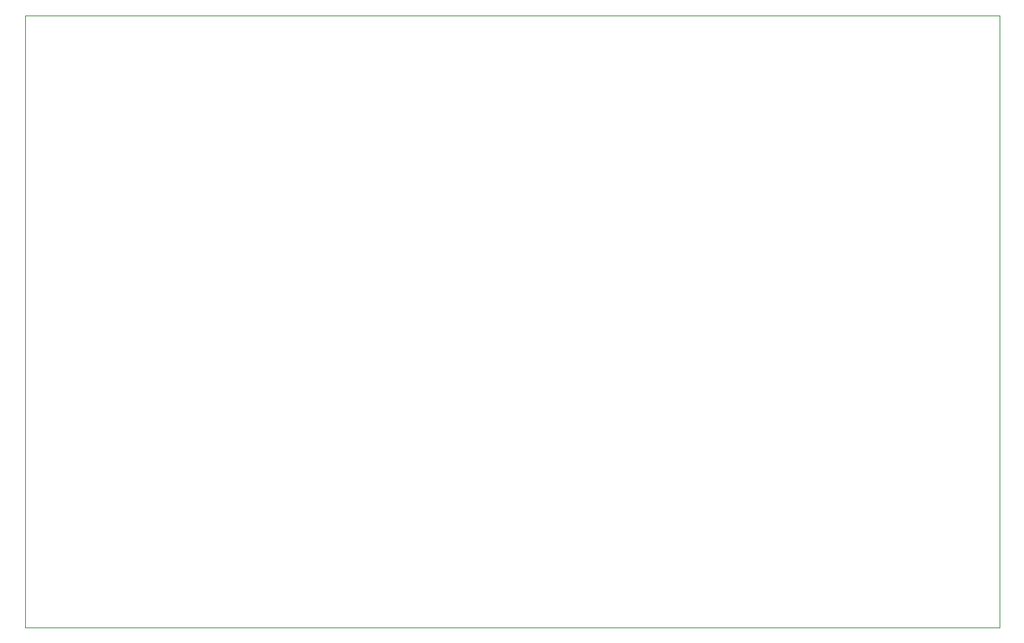
<source format=gm1>
%TF.GenerationSoftware,KiCad,Pcbnew,7.0.10*%
%TF.CreationDate,2024-02-13T14:16:51+07:00*%
%TF.ProjectId,AniSignage v2,416e6953-6967-46e6-9167-652076322e6b,rev?*%
%TF.SameCoordinates,Original*%
%TF.FileFunction,Profile,NP*%
%FSLAX46Y46*%
G04 Gerber Fmt 4.6, Leading zero omitted, Abs format (unit mm)*
G04 Created by KiCad (PCBNEW 7.0.10) date 2024-02-13 14:16:51*
%MOMM*%
%LPD*%
G01*
G04 APERTURE LIST*
%TA.AperFunction,Profile*%
%ADD10C,0.100000*%
%TD*%
G04 APERTURE END LIST*
D10*
X83312000Y-49784000D02*
X194818000Y-49784000D01*
X194818000Y-119888000D01*
X83312000Y-119888000D01*
X83312000Y-49784000D01*
M02*

</source>
